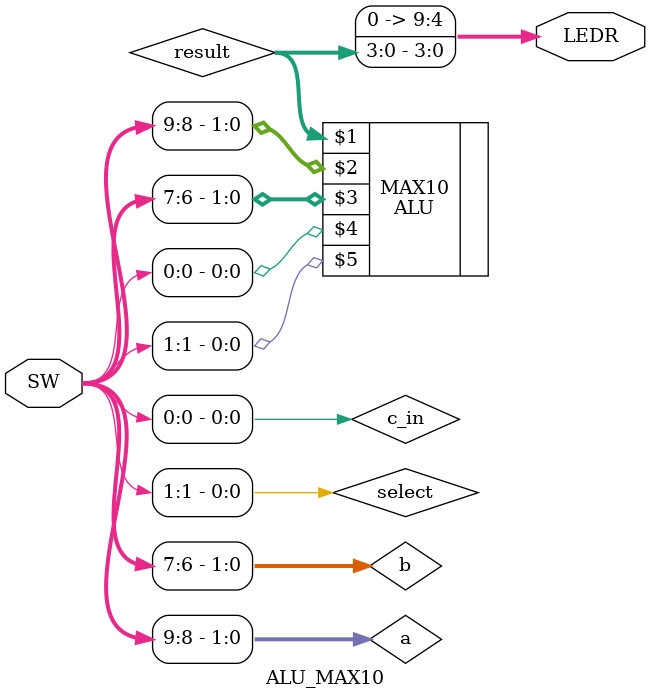
<source format=v>
module ALU_MAX10(SW,LEDR);

input [9:0] SW;
output [9:0] LEDR;


//input signed [1:0] a,b;



wire [1:0] a;
wire [1:0] b;
wire select; 
wire c_in;
wire [3:0] result;

//module ALU (y, a, b, c_in, select);	
assign a = SW[9:8];
assign b = SW[7:6];
assign c_in = SW[0];
assign select = SW[5:1];
assign LEDR[9:0] = result;


ALU MAX10(result,a,b,c_in,select);



endmodule 
</source>
